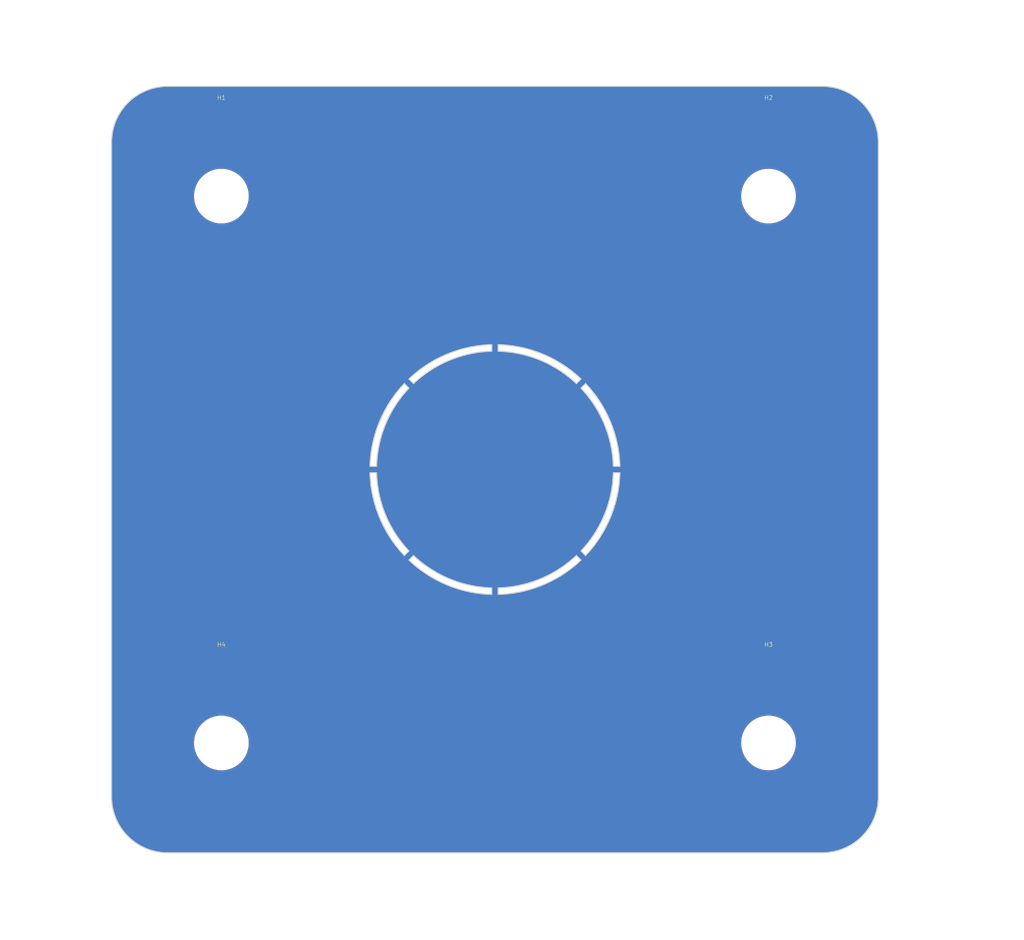
<source format=kicad_pcb>
(kicad_pcb (version 20221018) (generator pcbnew)
  (layers (0 "F.Cu" signal) (1 "In1.Cu" signal) (2 "In2.Cu" signal) (31 "B.Cu" signal) (34 "B.Paste" user) (35 "F.Paste" user) (36 "B.SilkS" user "B.Silkscreen") (37 "F.SilkS" user "F.Silkscreen") (38 "B.Mask" user) (39 "F.Mask" user) (44 "Edge.Cuts" user))
  (net 0 "")
  (footprint "Library:MountingHole_7.14mm" (layer "F.Cu") (at 167.4 76.9)
    (fp_text reference "H2" (at 0 -22.852 unlocked) (layer "F.SilkS") (effects (font (thickness 0.1))))
    (fp_text value "MountingHole")
    (pad "" np_thru_hole circle (at 0 0) (size 7.1374 7.1374) (drill 7.1374) (layers "F&B.Cu" "*.Mask"))
  )
  (footprint "Library:MountingHole_7.14mm" (layer "F.Cu") (at 167.4 203.9)
    (fp_text reference "H3" (at 0 -22.852 unlocked) (layer "F.SilkS") (effects (font (thickness 0.1))))
    (fp_text value "MountingHole")
    (pad "" np_thru_hole circle (at 0 0) (size 7.1374 7.1374) (drill 7.1374) (layers "F&B.Cu" "*.Mask"))
  )
  (footprint "Library:MountingHole_7.14mm" (layer "F.Cu") (at 40.4 203.9)
    (fp_text reference "H4" (at 0 -22.852 unlocked) (layer "F.SilkS") (effects (font (thickness 0.1))))
    (fp_text value "MountingHole")
    (pad "" np_thru_hole circle (at 0 0) (size 7.1374 7.1374) (drill 7.1374) (layers "F&B.Cu" "*.Mask"))
  )
  (footprint "Library:MountingHole_7.14mm" (layer "F.Cu") (at 40.4 76.9)
    (fp_text reference "H1" (at 0 -22.852 unlocked) (layer "F.SilkS") (effects (font (thickness 0.1))))
    (fp_text value "MountingHole")
    (pad "" np_thru_hole circle (at 0 0) (size 7.1374 7.1374) (drill 7.1374) (layers "F&B.Cu" "*.Mask"))
  )
  (gr_arc (start 27.9 229.4) (mid 18.707612 225.592388) (end 14.9 216.4) (stroke (width 0.25)) (layer "Edge.Cuts"))
  (gr_arc (start 14.9 64.4) (mid 18.707612 55.207612) (end 27.9 51.4) (stroke (width 0.25)) (layer "Edge.Cuts"))
  (gr_line (start 83.931092 119.370432) (end 84.992127 120.431467) (stroke (width 0.25)) (layer "Edge.Cuts"))
  (gr_line (start 103.15 111.4097) (end 103.15 112.910229) (stroke (width 0.25)) (layer "Edge.Cuts"))
  (gr_line (start 74.9097 139.65) (end 76.410229 139.65) (stroke (width 0.25)) (layer "Edge.Cuts"))
  (gr_line (start 82.870432 160.368908) (end 83.931467 159.307873) (stroke (width 0.25)) (layer "Edge.Cuts"))
  (gr_arc (start 122.807873 160.368533) (mid 114.423794 165.806687) (end 104.65 167.889771) (stroke (width 0.25)) (layer "Edge.Cuts"))
  (gr_line (start 27.9 229.4) (end 179.9 229.4) (stroke (width 0.25)) (layer "Edge.Cuts"))
  (gr_line (start 132.8903 141.15) (end 131.389771 141.15) (stroke (width 0.25)) (layer "Edge.Cuts"))
  (gr_arc (start 103.15 167.889771) (mid 93.376205 165.806687) (end 84.992127 160.368533) (stroke (width 0.25)) (layer "Edge.Cuts"))
  (gr_arc (start 76.410229 139.65) (mid 78.493313 129.876205) (end 83.931467 121.492127) (stroke (width 0.25)) (layer "Edge.Cuts"))
  (gr_line (start 74.9097 141.15) (end 76.410229 141.15) (stroke (width 0.25)) (layer "Edge.Cuts"))
  (gr_line (start 83.931092 161.429568) (end 84.992127 160.368533) (stroke (width 0.25)) (layer "Edge.Cuts"))
  (gr_line (start 104.65 111.4097) (end 104.65 112.910229) (stroke (width 0.25)) (layer "Edge.Cuts"))
  (gr_line (start 124.929568 160.368908) (end 123.868533 159.307873) (stroke (width 0.25)) (layer "Edge.Cuts"))
  (gr_line (start 103.15 169.3903) (end 103.15 167.889771) (stroke (width 0.25)) (layer "Edge.Cuts"))
  (gr_line (start 179.9 51.4) (end 27.9 51.4) (stroke (width 0.25)) (layer "Edge.Cuts"))
  (gr_arc (start 74.9097 139.65) (mid 77.107494 129.30218) (end 82.870432 120.431092) (stroke (width 0.25)) (layer "Edge.Cuts"))
  (gr_arc (start 123.868533 121.492127) (mid 129.306687 129.876206) (end 131.389771 139.65) (stroke (width 0.25)) (layer "Edge.Cuts"))
  (gr_arc (start 84.992127 120.431467) (mid 93.376206 114.993313) (end 103.15 112.910229) (stroke (width 0.25)) (layer "Edge.Cuts"))
  (gr_arc (start 123.868908 161.429568) (mid 114.99782 167.192507) (end 104.65 169.3903) (stroke (width 0.25)) (layer "Edge.Cuts"))
  (gr_line (start 124.929568 120.431092) (end 123.868533 121.492127) (stroke (width 0.25)) (layer "Edge.Cuts"))
  (gr_arc (start 103.15 169.3903) (mid 92.80218 167.192506) (end 83.931092 161.429568) (stroke (width 0.25)) (layer "Edge.Cuts"))
  (gr_line (start 14.9 64.4) (end 14.9 216.4) (stroke (width 0.25)) (layer "Edge.Cuts"))
  (gr_arc (start 104.65 112.910229) (mid 114.423795 114.993313) (end 122.807873 120.431467) (stroke (width 0.25)) (layer "Edge.Cuts"))
  (gr_arc (start 179.9 51.4) (mid 189.092388 55.207612) (end 192.9 64.4) (stroke (width 0.25)) (layer "Edge.Cuts"))
  (gr_arc (start 104.65 111.4097) (mid 114.99782 113.607494) (end 123.868908 119.370432) (stroke (width 0.25)) (layer "Edge.Cuts"))
  (gr_line (start 123.868908 161.429568) (end 122.807873 160.368533) (stroke (width 0.25)) (layer "Edge.Cuts"))
  (gr_line (start 132.8903 139.65) (end 131.389771 139.65) (stroke (width 0.25)) (layer "Edge.Cuts"))
  (gr_line (start 104.65 169.3903) (end 104.65 167.889771) (stroke (width 0.25)) (layer "Edge.Cuts"))
  (gr_line (start 123.868908 119.370432) (end 122.807873 120.431467) (stroke (width 0.25)) (layer "Edge.Cuts"))
  (gr_arc (start 132.8903 141.15) (mid 130.692506 151.49782) (end 124.929568 160.368908) (stroke (width 0.25)) (layer "Edge.Cuts"))
  (gr_arc (start 83.931467 159.307873) (mid 78.493313 150.923794) (end 76.410229 141.15) (stroke (width 0.25)) (layer "Edge.Cuts"))
  (gr_line (start 82.870432 120.431092) (end 83.931467 121.492127) (stroke (width 0.25)) (layer "Edge.Cuts"))
  (gr_arc (start 124.929568 120.431092) (mid 130.692507 129.30218) (end 132.8903 139.65) (stroke (width 0.25)) (layer "Edge.Cuts"))
  (gr_line (start 192.9 216.4) (end 192.9 64.4) (stroke (width 0.25)) (layer "Edge.Cuts"))
  (gr_arc (start 131.389771 141.15) (mid 129.306687 150.923795) (end 123.868533 159.307873) (stroke (width 0.25)) (layer "Edge.Cuts"))
  (gr_arc (start 83.931092 119.370432) (mid 92.80218 113.607493) (end 103.15 111.4097) (stroke (width 0.25)) (layer "Edge.Cuts"))
  (gr_arc (start 82.870432 160.368908) (mid 77.107493 151.49782) (end 74.9097 141.15) (stroke (width 0.25)) (layer "Edge.Cuts"))
  (gr_arc (start 192.9 216.4) (mid 189.092388 225.592388) (end 179.9 229.4) (stroke (width 0.25)) (layer "Edge.Cuts"))
  (zone (net 0) (net_name "") (layers "F&B.Cu") (connect_pads (clearance 5)) (min_thickness 0.25) (fill yes (thermal_gap 0.5) (thermal_bridge_width 0.5) (island_removal_mode 1) (island_area_min 10))
    (polygon (pts (xy -10.99 33.05) (xy 226.71 31.35) (xy 219.31 247.95) (xy -8.14 249.65)))
  )
)
</source>
